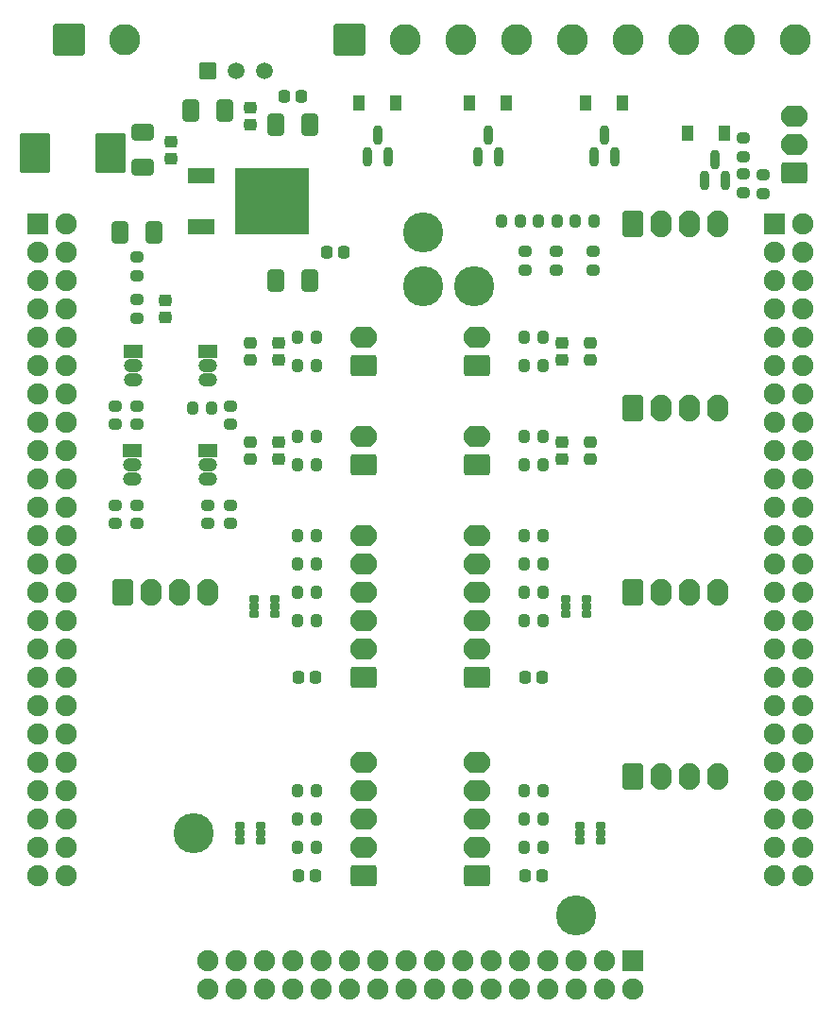
<source format=gbr>
%TF.GenerationSoftware,KiCad,Pcbnew,6.0.2+dfsg-1*%
%TF.CreationDate,2022-12-28T13:01:40+01:00*%
%TF.ProjectId,RobotMotorController,526f626f-744d-46f7-946f-72436f6e7472,rev?*%
%TF.SameCoordinates,Original*%
%TF.FileFunction,Soldermask,Bot*%
%TF.FilePolarity,Negative*%
%FSLAX46Y46*%
G04 Gerber Fmt 4.6, Leading zero omitted, Abs format (unit mm)*
G04 Created by KiCad (PCBNEW 6.0.2+dfsg-1) date 2022-12-28 13:01:40*
%MOMM*%
%LPD*%
G01*
G04 APERTURE LIST*
G04 Aperture macros list*
%AMRoundRect*
0 Rectangle with rounded corners*
0 $1 Rounding radius*
0 $2 $3 $4 $5 $6 $7 $8 $9 X,Y pos of 4 corners*
0 Add a 4 corners polygon primitive as box body*
4,1,4,$2,$3,$4,$5,$6,$7,$8,$9,$2,$3,0*
0 Add four circle primitives for the rounded corners*
1,1,$1+$1,$2,$3*
1,1,$1+$1,$4,$5*
1,1,$1+$1,$6,$7*
1,1,$1+$1,$8,$9*
0 Add four rect primitives between the rounded corners*
20,1,$1+$1,$2,$3,$4,$5,0*
20,1,$1+$1,$4,$5,$6,$7,0*
20,1,$1+$1,$6,$7,$8,$9,0*
20,1,$1+$1,$8,$9,$2,$3,0*%
G04 Aperture macros list end*
%ADD10RoundRect,0.100000X-0.750000X0.525000X-0.750000X-0.525000X0.750000X-0.525000X0.750000X0.525000X0*%
%ADD11O,1.700000X1.250000*%
%ADD12RoundRect,0.100000X-1.300000X-1.300000X1.300000X-1.300000X1.300000X1.300000X-1.300000X1.300000X0*%
%ADD13C,2.800000*%
%ADD14C,3.600000*%
%ADD15RoundRect,0.350000X-0.620000X-0.845000X0.620000X-0.845000X0.620000X0.845000X-0.620000X0.845000X0*%
%ADD16O,1.940000X2.390000*%
%ADD17RoundRect,0.350000X0.845000X-0.620000X0.845000X0.620000X-0.845000X0.620000X-0.845000X-0.620000X0*%
%ADD18O,2.390000X1.940000*%
%ADD19RoundRect,0.100000X-0.650000X0.650000X-0.650000X-0.650000X0.650000X-0.650000X0.650000X0.650000X0*%
%ADD20C,1.500000*%
%ADD21RoundRect,0.300000X0.200000X0.275000X-0.200000X0.275000X-0.200000X-0.275000X0.200000X-0.275000X0*%
%ADD22RoundRect,0.325000X0.250000X-0.225000X0.250000X0.225000X-0.250000X0.225000X-0.250000X-0.225000X0*%
%ADD23RoundRect,0.300000X-0.275000X0.200000X-0.275000X-0.200000X0.275000X-0.200000X0.275000X0.200000X0*%
%ADD24RoundRect,0.300000X-0.200000X-0.275000X0.200000X-0.275000X0.200000X0.275000X-0.200000X0.275000X0*%
%ADD25RoundRect,0.100000X0.450000X0.600000X-0.450000X0.600000X-0.450000X-0.600000X0.450000X-0.600000X0*%
%ADD26RoundRect,0.300000X0.275000X-0.200000X0.275000X0.200000X-0.275000X0.200000X-0.275000X-0.200000X0*%
%ADD27RoundRect,0.250000X0.150000X-0.587500X0.150000X0.587500X-0.150000X0.587500X-0.150000X-0.587500X0*%
%ADD28RoundRect,0.100000X1.250000X-1.650000X1.250000X1.650000X-1.250000X1.650000X-1.250000X-1.650000X0*%
%ADD29RoundRect,0.325000X-0.250000X0.225000X-0.250000X-0.225000X0.250000X-0.225000X0.250000X0.225000X0*%
%ADD30RoundRect,0.100000X-0.325000X-0.200000X0.325000X-0.200000X0.325000X0.200000X-0.325000X0.200000X0*%
%ADD31RoundRect,0.325000X-0.225000X-0.250000X0.225000X-0.250000X0.225000X0.250000X-0.225000X0.250000X0*%
%ADD32RoundRect,0.325000X0.225000X0.250000X-0.225000X0.250000X-0.225000X-0.250000X0.225000X-0.250000X0*%
%ADD33RoundRect,0.350000X-0.412500X-0.650000X0.412500X-0.650000X0.412500X0.650000X-0.412500X0.650000X0*%
%ADD34RoundRect,0.318750X-0.256250X0.218750X-0.256250X-0.218750X0.256250X-0.218750X0.256250X0.218750X0*%
%ADD35RoundRect,0.100000X-1.100000X-0.600000X1.100000X-0.600000X1.100000X0.600000X-1.100000X0.600000X0*%
%ADD36RoundRect,0.100000X-3.200000X-2.900000X3.200000X-2.900000X3.200000X2.900000X-3.200000X2.900000X0*%
%ADD37RoundRect,0.100000X0.325000X0.200000X-0.325000X0.200000X-0.325000X-0.200000X0.325000X-0.200000X0*%
%ADD38RoundRect,0.318750X0.256250X-0.218750X0.256250X0.218750X-0.256250X0.218750X-0.256250X-0.218750X0*%
%ADD39RoundRect,0.100000X0.850000X0.850000X-0.850000X0.850000X-0.850000X-0.850000X0.850000X-0.850000X0*%
%ADD40O,1.900000X1.900000*%
%ADD41RoundRect,0.350000X0.412500X0.650000X-0.412500X0.650000X-0.412500X-0.650000X0.412500X-0.650000X0*%
%ADD42RoundRect,0.100000X0.850000X-0.850000X0.850000X0.850000X-0.850000X0.850000X-0.850000X-0.850000X0*%
%ADD43RoundRect,0.350000X0.650000X-0.412500X0.650000X0.412500X-0.650000X0.412500X-0.650000X-0.412500X0*%
G04 APERTURE END LIST*
D10*
%TO.C,U6*%
X15240000Y-20320000D03*
D11*
X15240000Y-21590000D03*
X15240000Y-22860000D03*
%TD*%
D12*
%TO.C,J6*%
X27940000Y16510000D03*
D13*
X32940000Y16510000D03*
X37940000Y16510000D03*
X42940000Y16510000D03*
X47940000Y16510000D03*
X52940000Y16510000D03*
X57940000Y16510000D03*
X62940000Y16510000D03*
X67940000Y16510000D03*
%TD*%
D10*
%TO.C,U5*%
X15240000Y-11430000D03*
D11*
X15240000Y-12700000D03*
X15240000Y-13970000D03*
%TD*%
D14*
%TO.C,TP4*%
X13970000Y-54610000D03*
%TD*%
D15*
%TO.C,J8*%
X53340000Y-49550000D03*
D16*
X55880000Y-49550000D03*
X58420000Y-49550000D03*
X60960000Y-49550000D03*
%TD*%
D17*
%TO.C,M2*%
X39370000Y-40640000D03*
D18*
X39370000Y-38100000D03*
X39370000Y-35560000D03*
X39370000Y-33020000D03*
X39370000Y-30480000D03*
X39370000Y-27940000D03*
%TD*%
D19*
%TO.C,U1*%
X15240000Y13716000D03*
D20*
X17780000Y13716000D03*
X20320000Y13716000D03*
%TD*%
D12*
%TO.C,J11*%
X2780000Y16510000D03*
D13*
X7780000Y16510000D03*
%TD*%
D15*
%TO.C,J5*%
X7620000Y-33040000D03*
D16*
X10160000Y-33040000D03*
X12700000Y-33040000D03*
X15240000Y-33040000D03*
%TD*%
D14*
%TO.C,TP5*%
X48260000Y-61976000D03*
%TD*%
D17*
%TO.C,P2*%
X39370000Y-21590000D03*
D18*
X39370000Y-19050000D03*
%TD*%
D17*
%TO.C,P1*%
X29210000Y-21590000D03*
D18*
X29210000Y-19050000D03*
%TD*%
D17*
%TO.C,E2*%
X39390000Y-58420000D03*
D18*
X39390000Y-55880000D03*
X39390000Y-53340000D03*
X39390000Y-50800000D03*
X39390000Y-48260000D03*
%TD*%
D15*
%TO.C,J10*%
X53340000Y-16530000D03*
D16*
X55880000Y-16530000D03*
X58420000Y-16530000D03*
X60960000Y-16530000D03*
%TD*%
D14*
%TO.C,TP8*%
X34544000Y-5588000D03*
%TD*%
%TO.C,TP6*%
X34544000Y-762000D03*
%TD*%
D15*
%TO.C,J7*%
X53340000Y-33020000D03*
D16*
X55880000Y-33020000D03*
X58420000Y-33020000D03*
X60960000Y-33020000D03*
%TD*%
D17*
%TO.C,M1*%
X29230000Y-40640000D03*
D18*
X29230000Y-38100000D03*
X29230000Y-35560000D03*
X29230000Y-33020000D03*
X29230000Y-30480000D03*
X29230000Y-27940000D03*
%TD*%
D10*
%TO.C,U3*%
X8530000Y-11430000D03*
D11*
X8530000Y-12700000D03*
X8530000Y-13970000D03*
%TD*%
D10*
%TO.C,U4*%
X8509000Y-20320000D03*
D11*
X8509000Y-21590000D03*
X8509000Y-22860000D03*
%TD*%
D17*
%TO.C,P3*%
X29210000Y-12700000D03*
D18*
X29210000Y-10160000D03*
%TD*%
D14*
%TO.C,TP7*%
X39116000Y-5588000D03*
%TD*%
D17*
%TO.C,J4*%
X67838000Y4572000D03*
D18*
X67838000Y7112000D03*
X67838000Y9652000D03*
%TD*%
D17*
%TO.C,E1*%
X29230000Y-58420000D03*
D18*
X29230000Y-55880000D03*
X29230000Y-53340000D03*
X29230000Y-50800000D03*
X29230000Y-48260000D03*
%TD*%
D17*
%TO.C,P4*%
X39370000Y-12700000D03*
D18*
X39370000Y-10160000D03*
%TD*%
D15*
%TO.C,J9*%
X53340000Y-20000D03*
D16*
X55880000Y-20000D03*
X58420000Y-20000D03*
X60960000Y-20000D03*
%TD*%
D21*
%TO.C,R4*%
X24955000Y-55880000D03*
X23305000Y-55880000D03*
%TD*%
D22*
%TO.C,C11*%
X46990000Y-21095000D03*
X46990000Y-19545000D03*
%TD*%
D23*
%TO.C,R36*%
X8890000Y-2985000D03*
X8890000Y-4635000D03*
%TD*%
D24*
%TO.C,R24*%
X43625000Y-19050000D03*
X45275000Y-19050000D03*
%TD*%
D23*
%TO.C,R17*%
X6985000Y-16320000D03*
X6985000Y-17970000D03*
%TD*%
D24*
%TO.C,R13*%
X43625000Y-33020000D03*
X45275000Y-33020000D03*
%TD*%
D23*
%TO.C,R18*%
X6985000Y-25210000D03*
X6985000Y-26860000D03*
%TD*%
D25*
%TO.C,D11*%
X32130000Y10795000D03*
X28830000Y10795000D03*
%TD*%
D24*
%TO.C,R2*%
X43625000Y-53340000D03*
X45275000Y-53340000D03*
%TD*%
D26*
%TO.C,R28*%
X15240000Y-26860000D03*
X15240000Y-25210000D03*
%TD*%
D25*
%TO.C,D12*%
X42036000Y10795000D03*
X38736000Y10795000D03*
%TD*%
D21*
%TO.C,R31*%
X24955000Y-10160000D03*
X23305000Y-10160000D03*
%TD*%
D27*
%TO.C,Q3*%
X41336000Y6047500D03*
X39436000Y6047500D03*
X40386000Y7922500D03*
%TD*%
D21*
%TO.C,R27*%
X15557000Y-16510000D03*
X13907000Y-16510000D03*
%TD*%
D24*
%TO.C,R3*%
X43625000Y-50800000D03*
X45275000Y-50800000D03*
%TD*%
D27*
%TO.C,Q2*%
X31430000Y6047500D03*
X29530000Y6047500D03*
X30480000Y7922500D03*
%TD*%
D22*
%TO.C,C13*%
X46990000Y-12205000D03*
X46990000Y-10655000D03*
%TD*%
D28*
%TO.C,D5*%
X6546000Y6350000D03*
X-254000Y6350000D03*
%TD*%
D29*
%TO.C,C10*%
X21590000Y-19545000D03*
X21590000Y-21095000D03*
%TD*%
D24*
%TO.C,R21*%
X23305000Y-21590000D03*
X24955000Y-21590000D03*
%TD*%
D23*
%TO.C,R15*%
X63246000Y4444000D03*
X63246000Y2794000D03*
%TD*%
D22*
%TO.C,C5*%
X19050000Y8890000D03*
X19050000Y10440000D03*
%TD*%
D30*
%TO.C,D1*%
X18100000Y-55260000D03*
X18100000Y-54610000D03*
X18100000Y-53960000D03*
X20000000Y-53960000D03*
X20000000Y-54610000D03*
X20000000Y-55260000D03*
%TD*%
D23*
%TO.C,R26*%
X17272000Y-25210000D03*
X17272000Y-26860000D03*
%TD*%
D24*
%TO.C,R1*%
X43625000Y-55880000D03*
X45275000Y-55880000D03*
%TD*%
D21*
%TO.C,R8*%
X24955000Y-30480000D03*
X23305000Y-30480000D03*
%TD*%
%TO.C,R5*%
X24955000Y-53340000D03*
X23305000Y-53340000D03*
%TD*%
D31*
%TO.C,C15*%
X43675000Y-58420000D03*
X45225000Y-58420000D03*
%TD*%
D24*
%TO.C,R29*%
X23305000Y-12700000D03*
X24955000Y-12700000D03*
%TD*%
D21*
%TO.C,R30*%
X45275000Y-12700000D03*
X43625000Y-12700000D03*
%TD*%
D32*
%TO.C,C2*%
X24905000Y-40640000D03*
X23355000Y-40640000D03*
%TD*%
D21*
%TO.C,R9*%
X24955000Y-33020000D03*
X23305000Y-33020000D03*
%TD*%
D23*
%TO.C,R40*%
X49784000Y-2477000D03*
X49784000Y-4127000D03*
%TD*%
D33*
%TO.C,C4*%
X13677500Y10160000D03*
X16802500Y10160000D03*
%TD*%
D23*
%TO.C,R34*%
X43688000Y-2477000D03*
X43688000Y-4127000D03*
%TD*%
D31*
%TO.C,C1*%
X43675000Y-40640000D03*
X45225000Y-40640000D03*
%TD*%
D27*
%TO.C,Q4*%
X51750000Y6047500D03*
X49850000Y6047500D03*
X50800000Y7922500D03*
%TD*%
D21*
%TO.C,R7*%
X24955000Y-27940000D03*
X23305000Y-27940000D03*
%TD*%
D34*
%TO.C,D7*%
X49530000Y-19532500D03*
X49530000Y-21107500D03*
%TD*%
D21*
%TO.C,R39*%
X46545000Y254000D03*
X44895000Y254000D03*
%TD*%
%TO.C,R10*%
X24955000Y-35560000D03*
X23305000Y-35560000D03*
%TD*%
D35*
%TO.C,U7*%
X14679000Y-247000D03*
D36*
X20979000Y2033000D03*
D35*
X14679000Y4313000D03*
%TD*%
D21*
%TO.C,R35*%
X43243000Y254000D03*
X41593000Y254000D03*
%TD*%
D33*
%TO.C,C6*%
X21297500Y8890000D03*
X24422500Y8890000D03*
%TD*%
D21*
%TO.C,R22*%
X45275000Y-21590000D03*
X43625000Y-21590000D03*
%TD*%
D26*
%TO.C,R16*%
X63246000Y6033000D03*
X63246000Y7683000D03*
%TD*%
D23*
%TO.C,R38*%
X46482000Y-2477000D03*
X46482000Y-4127000D03*
%TD*%
D33*
%TO.C,C8*%
X21297500Y-5080000D03*
X24422500Y-5080000D03*
%TD*%
D23*
%TO.C,R25*%
X17272000Y-16320000D03*
X17272000Y-17970000D03*
%TD*%
D37*
%TO.C,D2*%
X50480000Y-53960000D03*
X50480000Y-54610000D03*
X50480000Y-55260000D03*
X48580000Y-55260000D03*
X48580000Y-54610000D03*
X48580000Y-53960000D03*
%TD*%
D29*
%TO.C,C16*%
X11430000Y-6845000D03*
X11430000Y-8395000D03*
%TD*%
D38*
%TO.C,D6*%
X19050000Y-21107500D03*
X19050000Y-19532500D03*
%TD*%
D24*
%TO.C,R11*%
X43625000Y-27940000D03*
X45275000Y-27940000D03*
%TD*%
D39*
%TO.C,J3*%
X66040000Y0D03*
D40*
X68580000Y0D03*
X66040000Y-2540000D03*
X68580000Y-2540000D03*
X66040000Y-5080000D03*
X68580000Y-5080000D03*
X66040000Y-7620000D03*
X68580000Y-7620000D03*
X66040000Y-10160000D03*
X68580000Y-10160000D03*
X66040000Y-12700000D03*
X68580000Y-12700000D03*
X66040000Y-15240000D03*
X68580000Y-15240000D03*
X66040000Y-17780000D03*
X68580000Y-17780000D03*
X66040000Y-20320000D03*
X68580000Y-20320000D03*
X66040000Y-22860000D03*
X68580000Y-22860000D03*
X66040000Y-25400000D03*
X68580000Y-25400000D03*
X66040000Y-27940000D03*
X68580000Y-27940000D03*
X66040000Y-30480000D03*
X68580000Y-30480000D03*
X66040000Y-33020000D03*
X68580000Y-33020000D03*
X66040000Y-35560000D03*
X68580000Y-35560000D03*
X66040000Y-38100000D03*
X68580000Y-38100000D03*
X66040000Y-40640000D03*
X68580000Y-40640000D03*
X66040000Y-43180000D03*
X68580000Y-43180000D03*
X66040000Y-45720000D03*
X68580000Y-45720000D03*
X66040000Y-48260000D03*
X68580000Y-48260000D03*
X66040000Y-50800000D03*
X68580000Y-50800000D03*
X66040000Y-53340000D03*
X68580000Y-53340000D03*
X66040000Y-55880000D03*
X68580000Y-55880000D03*
X66040000Y-58420000D03*
X68580000Y-58420000D03*
%TD*%
D25*
%TO.C,D13*%
X52450000Y10795000D03*
X49150000Y10795000D03*
%TD*%
D23*
%TO.C,R37*%
X8890000Y-6795000D03*
X8890000Y-8445000D03*
%TD*%
D31*
%TO.C,C9*%
X25895000Y-2540000D03*
X27445000Y-2540000D03*
%TD*%
D24*
%TO.C,R32*%
X43625000Y-10160000D03*
X45275000Y-10160000D03*
%TD*%
D26*
%TO.C,R19*%
X8890000Y-17970000D03*
X8890000Y-16320000D03*
%TD*%
D41*
%TO.C,C3*%
X10452500Y-762000D03*
X7327500Y-762000D03*
%TD*%
D26*
%TO.C,R20*%
X8890000Y-26860000D03*
X8890000Y-25210000D03*
%TD*%
D24*
%TO.C,R12*%
X43625000Y-30480000D03*
X45275000Y-30480000D03*
%TD*%
D25*
%TO.C,D10*%
X61594000Y8128000D03*
X58294000Y8128000D03*
%TD*%
D42*
%TO.C,J1*%
X53340000Y-66040000D03*
D40*
X53340000Y-68580000D03*
X50800000Y-66040000D03*
X50800000Y-68580000D03*
X48260000Y-66040000D03*
X48260000Y-68580000D03*
X45720000Y-66040000D03*
X45720000Y-68580000D03*
X43180000Y-66040000D03*
X43180000Y-68580000D03*
X40640000Y-66040000D03*
X40640000Y-68580000D03*
X38100000Y-66040000D03*
X38100000Y-68580000D03*
X35560000Y-66040000D03*
X35560000Y-68580000D03*
X33020000Y-66040000D03*
X33020000Y-68580000D03*
X30480000Y-66040000D03*
X30480000Y-68580000D03*
X27940000Y-66040000D03*
X27940000Y-68580000D03*
X25400000Y-66040000D03*
X25400000Y-68580000D03*
X22860000Y-66040000D03*
X22860000Y-68580000D03*
X20320000Y-66040000D03*
X20320000Y-68580000D03*
X17780000Y-66040000D03*
X17780000Y-68580000D03*
X15240000Y-66040000D03*
X15240000Y-68580000D03*
%TD*%
D23*
%TO.C,R33*%
X65024000Y4381000D03*
X65024000Y2731000D03*
%TD*%
D27*
%TO.C,Q1*%
X61656000Y3888500D03*
X59756000Y3888500D03*
X60706000Y5763500D03*
%TD*%
D38*
%TO.C,D8*%
X19050000Y-12217500D03*
X19050000Y-10642500D03*
%TD*%
D21*
%TO.C,R41*%
X49847000Y254000D03*
X48197000Y254000D03*
%TD*%
%TO.C,R6*%
X24955000Y-50800000D03*
X23305000Y-50800000D03*
%TD*%
D22*
%TO.C,C18*%
X11938000Y5829000D03*
X11938000Y7379000D03*
%TD*%
D39*
%TO.C,J2*%
X0Y0D03*
D40*
X2540000Y0D03*
X0Y-2540000D03*
X2540000Y-2540000D03*
X0Y-5080000D03*
X2540000Y-5080000D03*
X0Y-7620000D03*
X2540000Y-7620000D03*
X0Y-10160000D03*
X2540000Y-10160000D03*
X0Y-12700000D03*
X2540000Y-12700000D03*
X0Y-15240000D03*
X2540000Y-15240000D03*
X0Y-17780000D03*
X2540000Y-17780000D03*
X0Y-20320000D03*
X2540000Y-20320000D03*
X0Y-22860000D03*
X2540000Y-22860000D03*
X0Y-25400000D03*
X2540000Y-25400000D03*
X0Y-27940000D03*
X2540000Y-27940000D03*
X0Y-30480000D03*
X2540000Y-30480000D03*
X0Y-33020000D03*
X2540000Y-33020000D03*
X0Y-35560000D03*
X2540000Y-35560000D03*
X0Y-38100000D03*
X2540000Y-38100000D03*
X0Y-40640000D03*
X2540000Y-40640000D03*
X0Y-43180000D03*
X2540000Y-43180000D03*
X0Y-45720000D03*
X2540000Y-45720000D03*
X0Y-48260000D03*
X2540000Y-48260000D03*
X0Y-50800000D03*
X2540000Y-50800000D03*
X0Y-53340000D03*
X2540000Y-53340000D03*
X0Y-55880000D03*
X2540000Y-55880000D03*
X0Y-58420000D03*
X2540000Y-58420000D03*
%TD*%
D31*
%TO.C,C7*%
X22085000Y11430000D03*
X23635000Y11430000D03*
%TD*%
D21*
%TO.C,R23*%
X24955000Y-19050000D03*
X23305000Y-19050000D03*
%TD*%
D29*
%TO.C,C12*%
X21590000Y-10655000D03*
X21590000Y-12205000D03*
%TD*%
D32*
%TO.C,C14*%
X24905000Y-58420000D03*
X23355000Y-58420000D03*
%TD*%
D34*
%TO.C,D9*%
X49530000Y-10642500D03*
X49530000Y-12217500D03*
%TD*%
D24*
%TO.C,R14*%
X43625000Y-35560000D03*
X45275000Y-35560000D03*
%TD*%
D43*
%TO.C,C17*%
X9398000Y5041500D03*
X9398000Y8166500D03*
%TD*%
D30*
%TO.C,D3*%
X19370000Y-34940000D03*
X19370000Y-34290000D03*
X19370000Y-33640000D03*
X21270000Y-33640000D03*
X21270000Y-34290000D03*
X21270000Y-34940000D03*
%TD*%
D37*
%TO.C,D4*%
X49210000Y-33640000D03*
X49210000Y-34290000D03*
X49210000Y-34940000D03*
X47310000Y-34940000D03*
X47310000Y-34290000D03*
X47310000Y-33640000D03*
%TD*%
M02*

</source>
